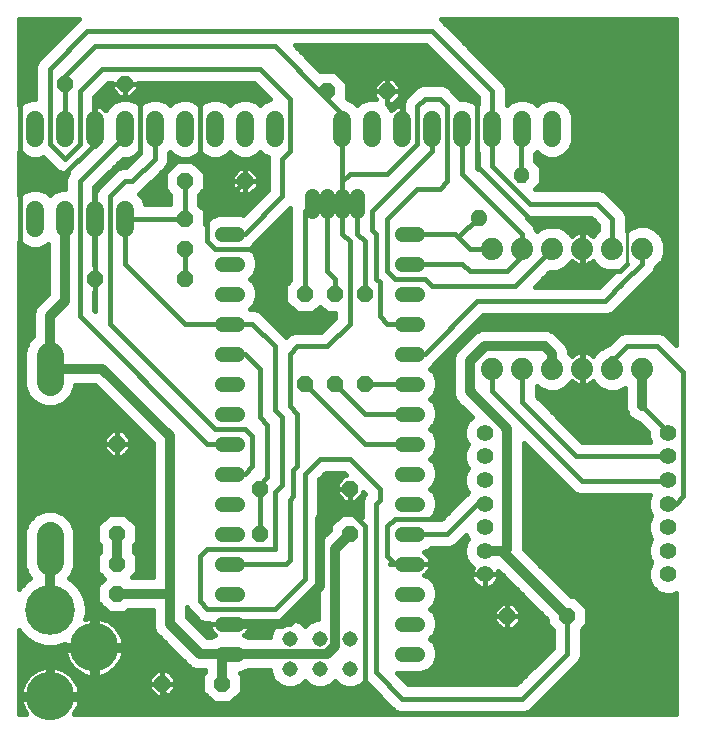
<source format=gbl>
G75*
%MOIN*%
%OFA0B0*%
%FSLAX25Y25*%
%IPPOS*%
%LPD*%
%AMOC8*
5,1,8,0,0,1.08239X$1,22.5*
%
%ADD10OC8,0.05200*%
%ADD11C,0.08850*%
%ADD12C,0.05000*%
%ADD13C,0.06000*%
%ADD14C,0.16598*%
%ADD15C,0.16200*%
%ADD16C,0.05150*%
%ADD17C,0.05150*%
%ADD18C,0.05600*%
%ADD19C,0.07400*%
%ADD20C,0.01040*%
%ADD21C,0.01600*%
%ADD22C,0.01000*%
%ADD23C,0.03200*%
D10*
X0051800Y0065000D03*
X0051800Y0075000D03*
X0051800Y0085000D03*
X0051800Y0115000D03*
X0099300Y0100000D03*
X0099300Y0085000D03*
X0129300Y0085000D03*
X0129300Y0100000D03*
X0124300Y0135000D03*
X0114300Y0135000D03*
X0134300Y0135000D03*
X0134300Y0165000D03*
X0124300Y0165000D03*
X0114300Y0165000D03*
X0094300Y0202500D03*
X0074300Y0202500D03*
X0074300Y0190000D03*
X0074300Y0180000D03*
X0074300Y0170000D03*
X0044300Y0170000D03*
X0034300Y0235000D03*
X0054300Y0235000D03*
X0121800Y0232500D03*
X0141800Y0232500D03*
X0181800Y0057500D03*
X0201800Y0057500D03*
X0086800Y0035000D03*
X0066800Y0035000D03*
D11*
X0029300Y0075575D02*
X0029300Y0084425D01*
X0029300Y0135575D02*
X0029300Y0144425D01*
D12*
X0116800Y0192500D02*
X0116800Y0197500D01*
X0121800Y0197500D02*
X0121800Y0192500D01*
X0126800Y0192500D02*
X0126800Y0197500D01*
X0131800Y0197500D02*
X0131800Y0192500D01*
D13*
X0126800Y0217000D02*
X0126800Y0223000D01*
X0136800Y0223000D02*
X0136800Y0217000D01*
X0146800Y0217000D02*
X0146800Y0223000D01*
X0156800Y0223000D02*
X0156800Y0217000D01*
X0166800Y0217000D02*
X0166800Y0223000D01*
X0176800Y0223000D02*
X0176800Y0217000D01*
X0186800Y0217000D02*
X0186800Y0223000D01*
X0196800Y0223000D02*
X0196800Y0217000D01*
X0104300Y0217000D02*
X0104300Y0223000D01*
X0094300Y0223000D02*
X0094300Y0217000D01*
X0084300Y0217000D02*
X0084300Y0223000D01*
X0074300Y0223000D02*
X0074300Y0217000D01*
X0064300Y0217000D02*
X0064300Y0223000D01*
X0054300Y0223000D02*
X0054300Y0217000D01*
X0044300Y0217000D02*
X0044300Y0223000D01*
X0034300Y0223000D02*
X0034300Y0217000D01*
X0024300Y0217000D02*
X0024300Y0223000D01*
X0024300Y0193000D02*
X0024300Y0187000D01*
X0034300Y0187000D02*
X0034300Y0193000D01*
X0044300Y0193000D02*
X0044300Y0187000D01*
X0054300Y0187000D02*
X0054300Y0193000D01*
D14*
X0029300Y0059637D03*
D15*
X0044109Y0047126D03*
X0029400Y0030815D03*
D16*
X0086725Y0045000D02*
X0091875Y0045000D01*
X0091875Y0055000D02*
X0086725Y0055000D01*
X0086725Y0065000D02*
X0091875Y0065000D01*
X0091875Y0075000D02*
X0086725Y0075000D01*
X0086725Y0085000D02*
X0091875Y0085000D01*
X0091875Y0095000D02*
X0086725Y0095000D01*
X0086725Y0105000D02*
X0091875Y0105000D01*
X0091875Y0115000D02*
X0086725Y0115000D01*
X0086725Y0125000D02*
X0091875Y0125000D01*
X0091875Y0135000D02*
X0086725Y0135000D01*
X0086725Y0145000D02*
X0091875Y0145000D01*
X0091875Y0155000D02*
X0086725Y0155000D01*
X0086725Y0165000D02*
X0091875Y0165000D01*
X0091875Y0175000D02*
X0086725Y0175000D01*
X0086725Y0185000D02*
X0091875Y0185000D01*
X0146725Y0185000D02*
X0151875Y0185000D01*
X0151875Y0175000D02*
X0146725Y0175000D01*
X0146725Y0165000D02*
X0151875Y0165000D01*
X0151875Y0155000D02*
X0146725Y0155000D01*
X0146725Y0145000D02*
X0151875Y0145000D01*
X0151875Y0135000D02*
X0146725Y0135000D01*
X0146725Y0125000D02*
X0151875Y0125000D01*
X0151875Y0115000D02*
X0146725Y0115000D01*
X0146725Y0105000D02*
X0151875Y0105000D01*
X0151875Y0095000D02*
X0146725Y0095000D01*
X0146725Y0085000D02*
X0151875Y0085000D01*
X0151875Y0075000D02*
X0146725Y0075000D01*
X0146725Y0065000D02*
X0151875Y0065000D01*
X0151875Y0055000D02*
X0146725Y0055000D01*
X0146725Y0045000D02*
X0151875Y0045000D01*
D17*
X0129300Y0040000D03*
X0129300Y0050000D03*
X0119300Y0050000D03*
X0119300Y0040000D03*
X0109300Y0040000D03*
X0109300Y0050000D03*
D18*
X0174300Y0071378D03*
X0174300Y0079252D03*
X0174300Y0087126D03*
X0174300Y0095000D03*
X0174300Y0102874D03*
X0174300Y0110748D03*
X0174300Y0118622D03*
X0235550Y0118622D03*
X0235550Y0110748D03*
X0235550Y0102874D03*
X0235550Y0095000D03*
X0235550Y0087126D03*
X0235550Y0079252D03*
X0235550Y0071378D03*
D19*
X0226800Y0140000D03*
X0216800Y0140000D03*
X0206800Y0140000D03*
X0196800Y0140000D03*
X0186800Y0140000D03*
X0176800Y0140000D03*
X0176800Y0180000D03*
X0186800Y0180000D03*
X0196800Y0180000D03*
X0206800Y0180000D03*
X0216800Y0180000D03*
X0226800Y0180000D03*
D20*
X0184812Y0204230D02*
X0184292Y0203710D01*
X0184292Y0205432D01*
X0185510Y0206650D01*
X0187232Y0206650D01*
X0188450Y0205432D01*
X0188450Y0203710D01*
X0187232Y0202492D01*
X0185510Y0202492D01*
X0184292Y0203710D01*
X0185072Y0204033D01*
X0185072Y0205109D01*
X0185833Y0205870D01*
X0186909Y0205870D01*
X0187670Y0205109D01*
X0187670Y0204033D01*
X0186909Y0203272D01*
X0185833Y0203272D01*
X0185072Y0204033D01*
X0185852Y0204356D01*
X0185852Y0204786D01*
X0186156Y0205090D01*
X0186586Y0205090D01*
X0186890Y0204786D01*
X0186890Y0204356D01*
X0186586Y0204052D01*
X0186156Y0204052D01*
X0185852Y0204356D01*
X0170670Y0190088D02*
X0170150Y0189568D01*
X0170150Y0191290D01*
X0171368Y0192508D01*
X0173090Y0192508D01*
X0174308Y0191290D01*
X0174308Y0189568D01*
X0173090Y0188350D01*
X0171368Y0188350D01*
X0170150Y0189568D01*
X0170930Y0189891D01*
X0170930Y0190967D01*
X0171691Y0191728D01*
X0172767Y0191728D01*
X0173528Y0190967D01*
X0173528Y0189891D01*
X0172767Y0189130D01*
X0171691Y0189130D01*
X0170930Y0189891D01*
X0171710Y0190214D01*
X0171710Y0190644D01*
X0172014Y0190948D01*
X0172444Y0190948D01*
X0172748Y0190644D01*
X0172748Y0190214D01*
X0172444Y0189910D01*
X0172014Y0189910D01*
X0171710Y0190214D01*
D21*
X0019100Y0052706D02*
X0019100Y0024800D01*
X0021534Y0024800D01*
X0021313Y0025077D01*
X0020722Y0026019D01*
X0020239Y0027020D01*
X0019872Y0028070D01*
X0019624Y0029154D01*
X0019527Y0030015D01*
X0028600Y0030015D01*
X0028600Y0031615D01*
X0028600Y0040687D01*
X0027739Y0040590D01*
X0026655Y0040343D01*
X0025605Y0039976D01*
X0024604Y0039493D01*
X0023662Y0038902D01*
X0022793Y0038208D01*
X0022007Y0037422D01*
X0021313Y0036553D01*
X0020722Y0035611D01*
X0020239Y0034609D01*
X0019872Y0033560D01*
X0019624Y0032476D01*
X0019527Y0031615D01*
X0028600Y0031615D01*
X0030200Y0031615D01*
X0030200Y0040687D01*
X0031061Y0040590D01*
X0032145Y0040343D01*
X0033195Y0039976D01*
X0034196Y0039493D01*
X0035138Y0038902D01*
X0036007Y0038208D01*
X0036793Y0037422D01*
X0037487Y0036553D01*
X0038078Y0035611D01*
X0038561Y0034609D01*
X0038928Y0033560D01*
X0039175Y0032476D01*
X0039272Y0031615D01*
X0030200Y0031615D01*
X0030200Y0030015D01*
X0039272Y0030015D01*
X0039175Y0029154D01*
X0038928Y0028070D01*
X0038561Y0027020D01*
X0038078Y0026019D01*
X0037487Y0025077D01*
X0037266Y0024800D01*
X0238201Y0024800D01*
X0238201Y0065116D01*
X0236903Y0064578D01*
X0234197Y0064578D01*
X0231698Y0065613D01*
X0229785Y0067526D01*
X0228750Y0070025D01*
X0228750Y0072731D01*
X0229785Y0075230D01*
X0229870Y0075315D01*
X0229785Y0075400D01*
X0228750Y0077899D01*
X0228750Y0080605D01*
X0229785Y0083104D01*
X0229870Y0083189D01*
X0229785Y0083274D01*
X0228750Y0085773D01*
X0228750Y0088479D01*
X0229785Y0090978D01*
X0229870Y0091063D01*
X0229785Y0091148D01*
X0228750Y0093647D01*
X0228750Y0096353D01*
X0229308Y0097700D01*
X0205845Y0097700D01*
X0204081Y0098431D01*
X0187400Y0115112D01*
X0187400Y0079820D01*
X0203120Y0064100D01*
X0204534Y0064100D01*
X0208400Y0060234D01*
X0208400Y0054766D01*
X0206600Y0052966D01*
X0206600Y0044045D01*
X0205869Y0042281D01*
X0190869Y0027281D01*
X0189519Y0025931D01*
X0187755Y0025200D01*
X0145845Y0025200D01*
X0144081Y0025931D01*
X0134305Y0035707D01*
X0133024Y0034426D01*
X0130608Y0033425D01*
X0127992Y0033425D01*
X0125576Y0034426D01*
X0124300Y0035702D01*
X0123024Y0034426D01*
X0120608Y0033425D01*
X0117992Y0033425D01*
X0115576Y0034426D01*
X0114300Y0035702D01*
X0113024Y0034426D01*
X0110608Y0033425D01*
X0107992Y0033425D01*
X0105576Y0034426D01*
X0103726Y0036276D01*
X0102725Y0038692D01*
X0102725Y0039400D01*
X0095536Y0039400D01*
X0093183Y0038425D01*
X0092709Y0038425D01*
X0093400Y0037734D01*
X0093400Y0032266D01*
X0089534Y0028400D01*
X0084066Y0028400D01*
X0080200Y0032266D01*
X0080200Y0037734D01*
X0081200Y0038734D01*
X0081200Y0039400D01*
X0078186Y0039400D01*
X0076128Y0040253D01*
X0074553Y0041828D01*
X0064553Y0051828D01*
X0063700Y0053886D01*
X0063700Y0059400D01*
X0055534Y0059400D01*
X0054534Y0058400D01*
X0049066Y0058400D01*
X0045200Y0062266D01*
X0045200Y0067734D01*
X0047466Y0070000D01*
X0045200Y0072266D01*
X0045200Y0077734D01*
X0046200Y0078734D01*
X0046200Y0081266D01*
X0045200Y0082266D01*
X0045200Y0087734D01*
X0049066Y0091600D01*
X0054534Y0091600D01*
X0058400Y0087734D01*
X0058400Y0082266D01*
X0057400Y0081266D01*
X0057400Y0078734D01*
X0058400Y0077734D01*
X0058400Y0072266D01*
X0056734Y0070600D01*
X0063700Y0070600D01*
X0063700Y0115180D01*
X0044480Y0134400D01*
X0037725Y0134400D01*
X0037725Y0133899D01*
X0036442Y0130803D01*
X0034072Y0128433D01*
X0030976Y0127150D01*
X0027624Y0127150D01*
X0024528Y0128433D01*
X0022158Y0130803D01*
X0020875Y0133899D01*
X0020875Y0146101D01*
X0022158Y0149197D01*
X0023700Y0150740D01*
X0023700Y0158614D01*
X0024553Y0160672D01*
X0028700Y0164820D01*
X0028700Y0181501D01*
X0028265Y0181066D01*
X0025692Y0180000D01*
X0022908Y0180000D01*
X0020335Y0181066D01*
X0019100Y0182301D01*
X0019100Y0066568D01*
X0019458Y0067189D01*
X0021748Y0069479D01*
X0022847Y0070113D01*
X0022158Y0070803D01*
X0020875Y0073899D01*
X0020875Y0086101D01*
X0022158Y0089197D01*
X0024528Y0091567D01*
X0027624Y0092850D01*
X0030976Y0092850D01*
X0034072Y0091567D01*
X0036442Y0089197D01*
X0037725Y0086101D01*
X0037725Y0073899D01*
X0036442Y0070803D01*
X0035753Y0070113D01*
X0036852Y0069479D01*
X0039142Y0067189D01*
X0040761Y0064384D01*
X0041599Y0061256D01*
X0041599Y0058018D01*
X0041220Y0056604D01*
X0041364Y0056654D01*
X0042449Y0056901D01*
X0043309Y0056998D01*
X0043309Y0047926D01*
X0043309Y0046326D01*
X0034237Y0046326D01*
X0034334Y0045465D01*
X0034581Y0044381D01*
X0034949Y0043331D01*
X0035431Y0042330D01*
X0036023Y0041388D01*
X0036716Y0040519D01*
X0037502Y0039732D01*
X0038372Y0039039D01*
X0039313Y0038448D01*
X0040315Y0037965D01*
X0041364Y0037598D01*
X0042449Y0037350D01*
X0043309Y0037253D01*
X0043309Y0046326D01*
X0044909Y0046326D01*
X0044909Y0037253D01*
X0045770Y0037350D01*
X0046854Y0037598D01*
X0047904Y0037965D01*
X0048906Y0038448D01*
X0049847Y0039039D01*
X0050717Y0039732D01*
X0051503Y0040519D01*
X0052196Y0041388D01*
X0052788Y0042330D01*
X0053270Y0043331D01*
X0053638Y0044381D01*
X0053885Y0045465D01*
X0053982Y0046326D01*
X0044909Y0046326D01*
X0044909Y0047926D01*
X0043309Y0047926D01*
X0034237Y0047926D01*
X0034280Y0048310D01*
X0034047Y0048176D01*
X0030919Y0047338D01*
X0027681Y0047338D01*
X0024553Y0048176D01*
X0021748Y0049795D01*
X0019458Y0052085D01*
X0019100Y0052706D01*
X0019100Y0051970D02*
X0019573Y0051970D01*
X0019100Y0050372D02*
X0021172Y0050372D01*
X0019100Y0048773D02*
X0023518Y0048773D01*
X0019100Y0047175D02*
X0043309Y0047175D01*
X0043309Y0048773D02*
X0044909Y0048773D01*
X0044909Y0047926D02*
X0044909Y0056998D01*
X0045770Y0056901D01*
X0046854Y0056654D01*
X0047904Y0056287D01*
X0048906Y0055804D01*
X0049847Y0055213D01*
X0050717Y0054519D01*
X0051503Y0053733D01*
X0052196Y0052864D01*
X0052788Y0051922D01*
X0053270Y0050921D01*
X0053638Y0049871D01*
X0053885Y0048787D01*
X0053982Y0047926D01*
X0044909Y0047926D01*
X0044909Y0047175D02*
X0069206Y0047175D01*
X0067607Y0048773D02*
X0053886Y0048773D01*
X0053462Y0050372D02*
X0066009Y0050372D01*
X0064494Y0051970D02*
X0052758Y0051970D01*
X0051634Y0053569D02*
X0063831Y0053569D01*
X0063700Y0055167D02*
X0049904Y0055167D01*
X0046365Y0056766D02*
X0063700Y0056766D01*
X0063700Y0058364D02*
X0041599Y0058364D01*
X0041599Y0059963D02*
X0047503Y0059963D01*
X0045905Y0061561D02*
X0041517Y0061561D01*
X0041089Y0063160D02*
X0045200Y0063160D01*
X0045200Y0064758D02*
X0040545Y0064758D01*
X0039622Y0066357D02*
X0045200Y0066357D01*
X0045422Y0067955D02*
X0038375Y0067955D01*
X0036722Y0069554D02*
X0047020Y0069554D01*
X0046314Y0071152D02*
X0036587Y0071152D01*
X0037249Y0072751D02*
X0045200Y0072751D01*
X0045200Y0074349D02*
X0037725Y0074349D01*
X0037725Y0075948D02*
X0045200Y0075948D01*
X0045200Y0077546D02*
X0037725Y0077546D01*
X0037725Y0079145D02*
X0046200Y0079145D01*
X0046200Y0080743D02*
X0037725Y0080743D01*
X0037725Y0082342D02*
X0045200Y0082342D01*
X0045200Y0083940D02*
X0037725Y0083940D01*
X0037725Y0085539D02*
X0045200Y0085539D01*
X0045200Y0087137D02*
X0037296Y0087137D01*
X0036633Y0088736D02*
X0046202Y0088736D01*
X0047801Y0090334D02*
X0035305Y0090334D01*
X0033190Y0091933D02*
X0063700Y0091933D01*
X0063700Y0090334D02*
X0055799Y0090334D01*
X0057398Y0088736D02*
X0063700Y0088736D01*
X0063700Y0087137D02*
X0058400Y0087137D01*
X0058400Y0085539D02*
X0063700Y0085539D01*
X0063700Y0083940D02*
X0058400Y0083940D01*
X0058400Y0082342D02*
X0063700Y0082342D01*
X0063700Y0080743D02*
X0057400Y0080743D01*
X0057400Y0079145D02*
X0063700Y0079145D01*
X0063700Y0077546D02*
X0058400Y0077546D01*
X0058400Y0075948D02*
X0063700Y0075948D01*
X0063700Y0074349D02*
X0058400Y0074349D01*
X0058400Y0072751D02*
X0063700Y0072751D01*
X0063700Y0071152D02*
X0057286Y0071152D01*
X0044909Y0056766D02*
X0043309Y0056766D01*
X0041854Y0056766D02*
X0041264Y0056766D01*
X0043309Y0055167D02*
X0044909Y0055167D01*
X0044909Y0053569D02*
X0043309Y0053569D01*
X0043309Y0051970D02*
X0044909Y0051970D01*
X0044909Y0050372D02*
X0043309Y0050372D01*
X0043309Y0045576D02*
X0044909Y0045576D01*
X0044909Y0043978D02*
X0043309Y0043978D01*
X0043309Y0042379D02*
X0044909Y0042379D01*
X0044909Y0040781D02*
X0043309Y0040781D01*
X0043309Y0039182D02*
X0044909Y0039182D01*
X0044909Y0037584D02*
X0043309Y0037584D01*
X0041427Y0037584D02*
X0036632Y0037584D01*
X0037843Y0035985D02*
X0062400Y0035985D01*
X0062400Y0036823D02*
X0062400Y0035000D01*
X0066800Y0035000D01*
X0066800Y0032500D01*
X0071800Y0027500D01*
X0126800Y0027500D01*
X0134300Y0035000D01*
X0134300Y0032500D01*
X0135625Y0034387D02*
X0132929Y0034387D01*
X0134300Y0035000D02*
X0134300Y0087500D01*
X0129300Y0092500D01*
X0129300Y0100000D01*
X0129300Y0095600D01*
X0131123Y0095600D01*
X0133700Y0098177D01*
X0133700Y0098812D01*
X0134387Y0098125D01*
X0133981Y0097719D01*
X0133250Y0095955D01*
X0133250Y0090384D01*
X0132034Y0091600D01*
X0126566Y0091600D01*
X0122700Y0087734D01*
X0122700Y0086320D01*
X0119553Y0083172D01*
X0119100Y0082080D01*
X0119100Y0103012D01*
X0121288Y0105200D01*
X0127312Y0105200D01*
X0128112Y0104400D01*
X0127477Y0104400D01*
X0124900Y0101823D01*
X0124900Y0100000D01*
X0129300Y0100000D01*
X0129300Y0100000D01*
X0129300Y0100000D01*
X0129300Y0095600D01*
X0127477Y0095600D01*
X0124900Y0098177D01*
X0124900Y0100000D01*
X0129300Y0100000D01*
X0129300Y0099926D02*
X0129300Y0099926D01*
X0129300Y0098327D02*
X0129300Y0098327D01*
X0129300Y0096729D02*
X0129300Y0096729D01*
X0132251Y0096729D02*
X0133571Y0096729D01*
X0133700Y0098327D02*
X0134185Y0098327D01*
X0133250Y0095130D02*
X0119100Y0095130D01*
X0119100Y0093532D02*
X0133250Y0093532D01*
X0133250Y0091933D02*
X0119100Y0091933D01*
X0119100Y0090334D02*
X0125301Y0090334D01*
X0123702Y0088736D02*
X0119100Y0088736D01*
X0119100Y0087137D02*
X0122700Y0087137D01*
X0121919Y0085539D02*
X0119100Y0085539D01*
X0119100Y0083940D02*
X0120321Y0083940D01*
X0119209Y0082342D02*
X0119100Y0082342D01*
X0109300Y0076250D02*
X0109300Y0096250D01*
X0110550Y0097500D01*
X0110550Y0106250D01*
X0111800Y0107500D01*
X0111800Y0125000D01*
X0109300Y0127500D01*
X0109300Y0145000D01*
X0111800Y0147500D01*
X0121800Y0147500D01*
X0129300Y0155000D01*
X0129300Y0182500D01*
X0126800Y0185000D01*
X0126800Y0195000D01*
X0126800Y0202500D01*
X0129300Y0205000D01*
X0141800Y0205000D01*
X0151800Y0215000D01*
X0151800Y0227500D01*
X0154300Y0230000D01*
X0159300Y0230000D01*
X0161800Y0227500D01*
X0161800Y0202500D01*
X0159300Y0200000D01*
X0151800Y0200000D01*
X0141800Y0190000D01*
X0141800Y0172500D01*
X0144300Y0170000D01*
X0154300Y0170000D01*
X0156800Y0167500D01*
X0184300Y0167500D01*
X0196800Y0180000D01*
X0191800Y0185889D02*
X0191505Y0186185D01*
X0190869Y0187719D01*
X0189519Y0189069D01*
X0188388Y0190200D01*
X0209812Y0190200D01*
X0212000Y0188012D01*
X0212000Y0186089D01*
X0210272Y0184362D01*
X0210245Y0184296D01*
X0209683Y0184704D01*
X0208911Y0185097D01*
X0208088Y0185365D01*
X0207233Y0185500D01*
X0207000Y0185500D01*
X0207000Y0180200D01*
X0206600Y0180200D01*
X0206600Y0185500D01*
X0206367Y0185500D01*
X0205512Y0185365D01*
X0204689Y0185097D01*
X0203917Y0184704D01*
X0203355Y0184296D01*
X0203328Y0184362D01*
X0201162Y0186528D01*
X0198332Y0187700D01*
X0195268Y0187700D01*
X0192438Y0186528D01*
X0191800Y0185889D01*
X0191480Y0186245D02*
X0192156Y0186245D01*
X0191800Y0187500D02*
X0171800Y0207500D01*
X0171800Y0230000D01*
X0166800Y0235000D01*
X0166713Y0235799D02*
X0144723Y0235799D01*
X0143623Y0236900D02*
X0146200Y0234323D01*
X0146200Y0232500D01*
X0141800Y0232500D01*
X0141800Y0232500D01*
X0141800Y0236900D01*
X0143623Y0236900D01*
X0141800Y0236900D02*
X0139977Y0236900D01*
X0137400Y0234323D01*
X0137400Y0232500D01*
X0141800Y0232500D01*
X0141800Y0232500D01*
X0141800Y0232500D01*
X0141800Y0236900D01*
X0141800Y0235799D02*
X0141800Y0235799D01*
X0141800Y0234201D02*
X0141800Y0234201D01*
X0141800Y0232602D02*
X0141800Y0232602D01*
X0141800Y0232500D02*
X0137400Y0232500D01*
X0137400Y0230677D01*
X0138077Y0230000D01*
X0135408Y0230000D01*
X0132835Y0228934D01*
X0131800Y0227899D01*
X0130765Y0228934D01*
X0128868Y0229720D01*
X0128400Y0230188D01*
X0128400Y0235234D01*
X0124534Y0239100D01*
X0119488Y0239100D01*
X0110888Y0247700D01*
X0154812Y0247700D01*
X0172000Y0230512D01*
X0172000Y0228099D01*
X0171800Y0227899D01*
X0170765Y0228934D01*
X0168192Y0230000D01*
X0165960Y0230000D01*
X0165869Y0230219D01*
X0164519Y0231569D01*
X0162019Y0234069D01*
X0160255Y0234800D01*
X0153345Y0234800D01*
X0151581Y0234069D01*
X0150231Y0232719D01*
X0147731Y0230219D01*
X0147000Y0228455D01*
X0147000Y0220200D01*
X0146600Y0220200D01*
X0146600Y0227800D01*
X0146422Y0227800D01*
X0145676Y0227682D01*
X0144957Y0227448D01*
X0144284Y0227105D01*
X0143673Y0226661D01*
X0143139Y0226127D01*
X0143102Y0226077D01*
X0142734Y0226965D01*
X0141599Y0228100D01*
X0141800Y0228100D01*
X0143623Y0228100D01*
X0146200Y0230677D01*
X0146200Y0232500D01*
X0141800Y0232500D01*
X0141800Y0228100D01*
X0141800Y0232500D01*
X0141800Y0232500D01*
X0141800Y0231003D02*
X0141800Y0231003D01*
X0141800Y0229405D02*
X0141800Y0229405D01*
X0141893Y0227806D02*
X0147000Y0227806D01*
X0147000Y0226208D02*
X0146600Y0226208D01*
X0146600Y0224609D02*
X0147000Y0224609D01*
X0147000Y0223011D02*
X0146600Y0223011D01*
X0146600Y0221412D02*
X0147000Y0221412D01*
X0143220Y0226208D02*
X0143048Y0226208D01*
X0144928Y0229405D02*
X0147394Y0229405D01*
X0148515Y0231003D02*
X0146200Y0231003D01*
X0146200Y0232602D02*
X0150114Y0232602D01*
X0151898Y0234201D02*
X0146200Y0234201D01*
X0138877Y0235799D02*
X0127835Y0235799D01*
X0128400Y0234201D02*
X0137400Y0234201D01*
X0137400Y0232602D02*
X0128400Y0232602D01*
X0128400Y0231003D02*
X0137400Y0231003D01*
X0133971Y0229405D02*
X0129629Y0229405D01*
X0126800Y0225000D02*
X0120550Y0231250D01*
X0121800Y0232500D01*
X0120550Y0231250D02*
X0104300Y0247500D01*
X0044300Y0247500D01*
X0034300Y0237500D01*
X0034300Y0235000D01*
X0034300Y0220000D01*
X0029300Y0215000D02*
X0034300Y0210000D01*
X0039300Y0215000D01*
X0039300Y0232500D01*
X0046800Y0240000D01*
X0099300Y0240000D01*
X0109300Y0230000D01*
X0109300Y0212500D01*
X0106800Y0210000D01*
X0106800Y0197500D01*
X0094300Y0185000D01*
X0089300Y0185000D01*
X0084300Y0180000D02*
X0099300Y0180000D01*
X0097449Y0178724D02*
X0096173Y0180000D01*
X0097449Y0181276D01*
X0097509Y0181420D01*
X0109500Y0193412D01*
X0109500Y0169534D01*
X0107700Y0167734D01*
X0107700Y0162266D01*
X0111566Y0158400D01*
X0117034Y0158400D01*
X0119300Y0160666D01*
X0121566Y0158400D01*
X0124500Y0158400D01*
X0124500Y0156988D01*
X0119812Y0152300D01*
X0110845Y0152300D01*
X0109081Y0151569D01*
X0108050Y0150538D01*
X0107019Y0151569D01*
X0100869Y0157719D01*
X0099519Y0159069D01*
X0097755Y0159800D01*
X0096373Y0159800D01*
X0096173Y0160000D01*
X0097449Y0161276D01*
X0098450Y0163692D01*
X0098450Y0166308D01*
X0097449Y0168724D01*
X0096173Y0170000D01*
X0097449Y0171276D01*
X0098450Y0173692D01*
X0098450Y0176308D01*
X0097449Y0178724D01*
X0097644Y0178253D02*
X0109500Y0178253D01*
X0109500Y0179851D02*
X0096322Y0179851D01*
X0097538Y0181450D02*
X0109500Y0181450D01*
X0109500Y0183048D02*
X0099136Y0183048D01*
X0100735Y0184647D02*
X0109500Y0184647D01*
X0109500Y0186245D02*
X0102333Y0186245D01*
X0103932Y0187844D02*
X0109500Y0187844D01*
X0109500Y0189442D02*
X0105530Y0189442D01*
X0107129Y0191041D02*
X0109500Y0191041D01*
X0109500Y0192639D02*
X0108727Y0192639D01*
X0114300Y0192500D02*
X0116800Y0195000D01*
X0114300Y0192500D02*
X0114300Y0165000D01*
X0107700Y0165465D02*
X0098450Y0165465D01*
X0098450Y0163866D02*
X0107700Y0163866D01*
X0107700Y0162268D02*
X0097859Y0162268D01*
X0096842Y0160669D02*
X0109297Y0160669D01*
X0110896Y0159070D02*
X0099516Y0159070D01*
X0101116Y0157472D02*
X0124500Y0157472D01*
X0123385Y0155873D02*
X0102715Y0155873D01*
X0104300Y0155000D02*
X0101800Y0157500D01*
X0104313Y0154275D02*
X0121787Y0154275D01*
X0120188Y0152676D02*
X0105912Y0152676D01*
X0107510Y0151078D02*
X0108590Y0151078D01*
X0104300Y0147500D02*
X0104300Y0126250D01*
X0106800Y0123750D01*
X0106800Y0101250D01*
X0104300Y0098750D01*
X0104300Y0080000D01*
X0081800Y0080000D01*
X0079300Y0077500D01*
X0079300Y0062500D01*
X0081800Y0060000D01*
X0104300Y0060000D01*
X0114300Y0070000D01*
X0114300Y0105000D01*
X0119300Y0110000D01*
X0129300Y0110000D01*
X0139300Y0100000D01*
X0139300Y0096250D01*
X0138050Y0095000D01*
X0138050Y0038750D01*
X0146800Y0030000D01*
X0186800Y0030000D01*
X0201800Y0045000D01*
X0201800Y0057500D01*
X0197000Y0052966D02*
X0197000Y0046988D01*
X0184812Y0034800D01*
X0148788Y0034800D01*
X0144983Y0038605D01*
X0145417Y0038425D01*
X0153183Y0038425D01*
X0155599Y0039426D01*
X0157449Y0041276D01*
X0158450Y0043692D01*
X0158450Y0046308D01*
X0157449Y0048724D01*
X0156173Y0050000D01*
X0157449Y0051276D01*
X0158450Y0053692D01*
X0158450Y0056308D01*
X0157449Y0058724D01*
X0156173Y0060000D01*
X0157449Y0061276D01*
X0158450Y0063692D01*
X0158450Y0066308D01*
X0157449Y0068724D01*
X0155599Y0070574D01*
X0154069Y0071208D01*
X0154168Y0071258D01*
X0154725Y0071663D01*
X0155212Y0072150D01*
X0155616Y0072707D01*
X0155929Y0073321D01*
X0156142Y0073976D01*
X0156250Y0074656D01*
X0156250Y0075000D01*
X0156250Y0075344D01*
X0156142Y0076024D01*
X0155929Y0076679D01*
X0155616Y0077293D01*
X0155212Y0077850D01*
X0154725Y0078337D01*
X0154168Y0078742D01*
X0154069Y0078792D01*
X0155599Y0079426D01*
X0156373Y0080200D01*
X0162755Y0080200D01*
X0164519Y0080931D01*
X0168045Y0084457D01*
X0168535Y0083274D01*
X0168620Y0083189D01*
X0168535Y0083104D01*
X0167500Y0080605D01*
X0167500Y0077899D01*
X0168535Y0075400D01*
X0170292Y0073644D01*
X0170037Y0073144D01*
X0169813Y0072455D01*
X0169700Y0071740D01*
X0169700Y0071378D01*
X0174300Y0071378D01*
X0178900Y0071378D01*
X0178900Y0071740D01*
X0178787Y0072455D01*
X0178720Y0072660D01*
X0195200Y0056180D01*
X0195200Y0054766D01*
X0197000Y0052966D01*
X0196397Y0053569D02*
X0184091Y0053569D01*
X0183623Y0053100D02*
X0186200Y0055677D01*
X0186200Y0057500D01*
X0186200Y0059323D01*
X0183623Y0061900D01*
X0181800Y0061900D01*
X0181800Y0057500D01*
X0186200Y0057500D01*
X0181800Y0057500D01*
X0181800Y0057500D01*
X0181800Y0057500D01*
X0181800Y0053100D01*
X0183623Y0053100D01*
X0181800Y0053100D02*
X0181800Y0057500D01*
X0181800Y0057500D01*
X0181800Y0057500D01*
X0177400Y0057500D01*
X0177400Y0059323D01*
X0179977Y0061900D01*
X0181800Y0061900D01*
X0181800Y0057500D01*
X0177400Y0057500D01*
X0177400Y0055677D01*
X0179977Y0053100D01*
X0181800Y0053100D01*
X0181800Y0053569D02*
X0181800Y0053569D01*
X0181800Y0055167D02*
X0181800Y0055167D01*
X0181800Y0056766D02*
X0181800Y0056766D01*
X0181800Y0058364D02*
X0181800Y0058364D01*
X0181800Y0059963D02*
X0181800Y0059963D01*
X0181800Y0061561D02*
X0181800Y0061561D01*
X0183961Y0061561D02*
X0189819Y0061561D01*
X0191418Y0059963D02*
X0185560Y0059963D01*
X0186200Y0058364D02*
X0193016Y0058364D01*
X0194615Y0056766D02*
X0186200Y0056766D01*
X0185690Y0055167D02*
X0195200Y0055167D01*
X0197000Y0051970D02*
X0157736Y0051970D01*
X0158398Y0053569D02*
X0179509Y0053569D01*
X0177910Y0055167D02*
X0158450Y0055167D01*
X0158260Y0056766D02*
X0177400Y0056766D01*
X0177400Y0058364D02*
X0157598Y0058364D01*
X0156210Y0059963D02*
X0178040Y0059963D01*
X0179639Y0061561D02*
X0157567Y0061561D01*
X0158229Y0063160D02*
X0188221Y0063160D01*
X0186622Y0064758D02*
X0158450Y0064758D01*
X0158429Y0066357D02*
X0185024Y0066357D01*
X0183425Y0067955D02*
X0177383Y0067955D01*
X0177297Y0067869D02*
X0177809Y0068381D01*
X0178234Y0068967D01*
X0178563Y0069612D01*
X0178787Y0070301D01*
X0178900Y0071016D01*
X0178900Y0071378D01*
X0174300Y0071378D01*
X0174300Y0071378D01*
X0174300Y0071378D01*
X0169700Y0071378D01*
X0169700Y0071016D01*
X0169813Y0070301D01*
X0170037Y0069612D01*
X0170366Y0068967D01*
X0170791Y0068381D01*
X0171303Y0067869D01*
X0171889Y0067444D01*
X0172534Y0067115D01*
X0173223Y0066891D01*
X0173938Y0066778D01*
X0174300Y0066778D01*
X0174662Y0066778D01*
X0175377Y0066891D01*
X0176066Y0067115D01*
X0176711Y0067444D01*
X0177297Y0067869D01*
X0178533Y0069554D02*
X0181827Y0069554D01*
X0180228Y0071152D02*
X0178900Y0071152D01*
X0174300Y0071152D02*
X0174300Y0071152D01*
X0174300Y0071378D02*
X0174300Y0066778D01*
X0174300Y0071378D01*
X0174300Y0071378D01*
X0174300Y0069554D02*
X0174300Y0069554D01*
X0174300Y0067955D02*
X0174300Y0067955D01*
X0171217Y0067955D02*
X0157767Y0067955D01*
X0156619Y0069554D02*
X0170067Y0069554D01*
X0169700Y0071152D02*
X0154202Y0071152D01*
X0155639Y0072751D02*
X0169909Y0072751D01*
X0169586Y0074349D02*
X0156201Y0074349D01*
X0156250Y0075000D02*
X0149300Y0075000D01*
X0144300Y0075000D01*
X0141800Y0077500D01*
X0141800Y0087500D01*
X0144300Y0090000D01*
X0159300Y0090000D01*
X0161800Y0092500D01*
X0161945Y0091933D02*
X0157721Y0091933D01*
X0157449Y0091276D02*
X0158450Y0093692D01*
X0158450Y0096308D01*
X0157449Y0098724D01*
X0156173Y0100000D01*
X0157449Y0101276D01*
X0158450Y0103692D01*
X0158450Y0106308D01*
X0157449Y0108724D01*
X0156173Y0110000D01*
X0157449Y0111276D01*
X0158450Y0113692D01*
X0158450Y0116308D01*
X0157449Y0118724D01*
X0156173Y0120000D01*
X0157449Y0121276D01*
X0158450Y0123692D01*
X0158450Y0126308D01*
X0157449Y0128724D01*
X0156173Y0130000D01*
X0157449Y0131276D01*
X0158450Y0133692D01*
X0158450Y0136308D01*
X0157449Y0138724D01*
X0156173Y0140000D01*
X0157449Y0141276D01*
X0157509Y0141420D01*
X0173788Y0157700D01*
X0215255Y0157700D01*
X0217019Y0158431D01*
X0224619Y0166031D01*
X0229519Y0170931D01*
X0230869Y0172281D01*
X0231505Y0173815D01*
X0233328Y0175638D01*
X0234500Y0178468D01*
X0234500Y0181532D01*
X0233328Y0184362D01*
X0231162Y0186528D01*
X0228332Y0187700D01*
X0225268Y0187700D01*
X0222438Y0186528D01*
X0221800Y0185889D01*
X0221600Y0186089D01*
X0221600Y0190955D01*
X0220869Y0192719D01*
X0215869Y0197719D01*
X0214519Y0199069D01*
X0212755Y0199800D01*
X0191288Y0199800D01*
X0191111Y0199977D01*
X0192971Y0201837D01*
X0192971Y0207305D01*
X0191171Y0209105D01*
X0191171Y0211472D01*
X0191800Y0212101D01*
X0192835Y0211066D01*
X0195408Y0210000D01*
X0198192Y0210000D01*
X0200765Y0211066D01*
X0202734Y0213035D01*
X0203800Y0215608D01*
X0203800Y0224392D01*
X0202734Y0226965D01*
X0200765Y0228934D01*
X0198192Y0230000D01*
X0195408Y0230000D01*
X0192835Y0228934D01*
X0191800Y0227899D01*
X0190765Y0228934D01*
X0188192Y0230000D01*
X0185408Y0230000D01*
X0182835Y0228934D01*
X0181800Y0227899D01*
X0181600Y0228099D01*
X0181600Y0233455D01*
X0180869Y0235219D01*
X0179519Y0236569D01*
X0159678Y0256411D01*
X0238201Y0256411D01*
X0238201Y0147887D01*
X0234519Y0151569D01*
X0232755Y0152300D01*
X0230845Y0152300D01*
X0220845Y0152300D01*
X0219081Y0151569D01*
X0217731Y0150219D01*
X0215559Y0148047D01*
X0213628Y0147247D01*
X0213240Y0146860D01*
X0212438Y0146528D01*
X0210272Y0144362D01*
X0210245Y0144296D01*
X0209683Y0144704D01*
X0208911Y0145097D01*
X0208088Y0145365D01*
X0207233Y0145500D01*
X0207000Y0145500D01*
X0207000Y0140200D01*
X0206600Y0140200D01*
X0206600Y0145500D01*
X0206367Y0145500D01*
X0205512Y0145365D01*
X0204689Y0145097D01*
X0203917Y0144704D01*
X0203355Y0144296D01*
X0203328Y0144362D01*
X0202400Y0145289D01*
X0202400Y0146114D01*
X0201547Y0148172D01*
X0199047Y0150672D01*
X0197472Y0152247D01*
X0195414Y0153100D01*
X0173186Y0153100D01*
X0171128Y0152247D01*
X0166128Y0147247D01*
X0164553Y0145672D01*
X0163700Y0143614D01*
X0163700Y0131386D01*
X0164553Y0129328D01*
X0169971Y0123910D01*
X0168535Y0122474D01*
X0167500Y0119975D01*
X0167500Y0117269D01*
X0168535Y0114770D01*
X0168620Y0114685D01*
X0168535Y0114600D01*
X0167500Y0112101D01*
X0167500Y0109395D01*
X0168535Y0106896D01*
X0168620Y0106811D01*
X0168535Y0106726D01*
X0167500Y0104227D01*
X0167500Y0101521D01*
X0168535Y0099022D01*
X0168620Y0098937D01*
X0168535Y0098852D01*
X0168303Y0098291D01*
X0167731Y0097719D01*
X0159812Y0089800D01*
X0156373Y0089800D01*
X0156173Y0090000D01*
X0157449Y0091276D01*
X0156507Y0090334D02*
X0160346Y0090334D01*
X0158383Y0093532D02*
X0163543Y0093532D01*
X0165142Y0095130D02*
X0158450Y0095130D01*
X0158275Y0096729D02*
X0166740Y0096729D01*
X0168318Y0098327D02*
X0157613Y0098327D01*
X0156247Y0099926D02*
X0168161Y0099926D01*
X0167500Y0101524D02*
X0157552Y0101524D01*
X0158214Y0103123D02*
X0167500Y0103123D01*
X0167705Y0104721D02*
X0158450Y0104721D01*
X0158445Y0106320D02*
X0168367Y0106320D01*
X0168112Y0107918D02*
X0157783Y0107918D01*
X0156656Y0109517D02*
X0167500Y0109517D01*
X0167500Y0111115D02*
X0157288Y0111115D01*
X0158044Y0112714D02*
X0167754Y0112714D01*
X0168416Y0114312D02*
X0158450Y0114312D01*
X0158450Y0115911D02*
X0168063Y0115911D01*
X0167500Y0117509D02*
X0157952Y0117509D01*
X0157065Y0119108D02*
X0167500Y0119108D01*
X0167803Y0120706D02*
X0156879Y0120706D01*
X0157875Y0122305D02*
X0168465Y0122305D01*
X0169965Y0123903D02*
X0158450Y0123903D01*
X0158450Y0125502D02*
X0168379Y0125502D01*
X0166780Y0127100D02*
X0158121Y0127100D01*
X0157459Y0128699D02*
X0165182Y0128699D01*
X0164151Y0130297D02*
X0156470Y0130297D01*
X0157705Y0131896D02*
X0163700Y0131896D01*
X0163700Y0133494D02*
X0158368Y0133494D01*
X0158450Y0135093D02*
X0163700Y0135093D01*
X0163700Y0136691D02*
X0158291Y0136691D01*
X0157629Y0138290D02*
X0163700Y0138290D01*
X0163700Y0139888D02*
X0156285Y0139888D01*
X0157575Y0141487D02*
X0163700Y0141487D01*
X0163700Y0143085D02*
X0159174Y0143085D01*
X0160772Y0144684D02*
X0164143Y0144684D01*
X0165163Y0146282D02*
X0162371Y0146282D01*
X0163969Y0147881D02*
X0166761Y0147881D01*
X0165568Y0149479D02*
X0168360Y0149479D01*
X0167166Y0151078D02*
X0169958Y0151078D01*
X0168765Y0152676D02*
X0172164Y0152676D01*
X0170363Y0154275D02*
X0238201Y0154275D01*
X0238201Y0155873D02*
X0171962Y0155873D01*
X0173560Y0157472D02*
X0238201Y0157472D01*
X0238201Y0159070D02*
X0217659Y0159070D01*
X0219257Y0160669D02*
X0238201Y0160669D01*
X0238201Y0162268D02*
X0220856Y0162268D01*
X0222454Y0163866D02*
X0238201Y0163866D01*
X0238201Y0165465D02*
X0224053Y0165465D01*
X0225651Y0167063D02*
X0238201Y0167063D01*
X0238201Y0168662D02*
X0227250Y0168662D01*
X0228848Y0170260D02*
X0238201Y0170260D01*
X0238201Y0171859D02*
X0230447Y0171859D01*
X0231356Y0173457D02*
X0238201Y0173457D01*
X0238201Y0175056D02*
X0232745Y0175056D01*
X0233748Y0176654D02*
X0238201Y0176654D01*
X0238201Y0178253D02*
X0234411Y0178253D01*
X0234500Y0179851D02*
X0238201Y0179851D01*
X0238201Y0181450D02*
X0234500Y0181450D01*
X0233872Y0183048D02*
X0238201Y0183048D01*
X0238201Y0184647D02*
X0233043Y0184647D01*
X0231444Y0186245D02*
X0238201Y0186245D01*
X0238201Y0187844D02*
X0221600Y0187844D01*
X0221600Y0189442D02*
X0238201Y0189442D01*
X0238201Y0191041D02*
X0221564Y0191041D01*
X0220902Y0192639D02*
X0238201Y0192639D01*
X0238201Y0194238D02*
X0219350Y0194238D01*
X0217752Y0195836D02*
X0238201Y0195836D01*
X0238201Y0197435D02*
X0216153Y0197435D01*
X0214555Y0199033D02*
X0238201Y0199033D01*
X0238201Y0200632D02*
X0191766Y0200632D01*
X0192971Y0202230D02*
X0238201Y0202230D01*
X0238201Y0203829D02*
X0192971Y0203829D01*
X0192971Y0205427D02*
X0238201Y0205427D01*
X0238201Y0207026D02*
X0192971Y0207026D01*
X0191652Y0208624D02*
X0238201Y0208624D01*
X0238201Y0210223D02*
X0198730Y0210223D01*
X0201521Y0211821D02*
X0238201Y0211821D01*
X0238201Y0213420D02*
X0202894Y0213420D01*
X0203556Y0215018D02*
X0238201Y0215018D01*
X0238201Y0216617D02*
X0203800Y0216617D01*
X0203800Y0218215D02*
X0238201Y0218215D01*
X0238201Y0219814D02*
X0203800Y0219814D01*
X0203800Y0221412D02*
X0238201Y0221412D01*
X0238201Y0223011D02*
X0203800Y0223011D01*
X0203710Y0224609D02*
X0238201Y0224609D01*
X0238201Y0226208D02*
X0203048Y0226208D01*
X0201893Y0227806D02*
X0238201Y0227806D01*
X0238201Y0229405D02*
X0199629Y0229405D01*
X0193971Y0229405D02*
X0189629Y0229405D01*
X0183971Y0229405D02*
X0181600Y0229405D01*
X0181600Y0231003D02*
X0238201Y0231003D01*
X0238201Y0232602D02*
X0181600Y0232602D01*
X0181291Y0234201D02*
X0238201Y0234201D01*
X0238201Y0235799D02*
X0180289Y0235799D01*
X0178691Y0237398D02*
X0238201Y0237398D01*
X0238201Y0238996D02*
X0177092Y0238996D01*
X0175494Y0240595D02*
X0238201Y0240595D01*
X0238201Y0242193D02*
X0173895Y0242193D01*
X0172297Y0243792D02*
X0238201Y0243792D01*
X0238201Y0245390D02*
X0170698Y0245390D01*
X0169100Y0246989D02*
X0238201Y0246989D01*
X0238201Y0248587D02*
X0167501Y0248587D01*
X0165903Y0250186D02*
X0238201Y0250186D01*
X0238201Y0251784D02*
X0164304Y0251784D01*
X0162706Y0253383D02*
X0238201Y0253383D01*
X0238201Y0254981D02*
X0161107Y0254981D01*
X0156800Y0252500D02*
X0176800Y0232500D01*
X0176800Y0220000D01*
X0176800Y0207500D01*
X0189300Y0195000D01*
X0211800Y0195000D01*
X0216800Y0190000D01*
X0216800Y0180000D01*
X0221800Y0175000D02*
X0219300Y0172500D01*
X0206800Y0172500D01*
X0206800Y0180000D01*
X0206800Y0187500D01*
X0191800Y0187500D01*
X0190745Y0187844D02*
X0212000Y0187844D01*
X0212000Y0186245D02*
X0201444Y0186245D01*
X0203043Y0184647D02*
X0203838Y0184647D01*
X0206600Y0184647D02*
X0207000Y0184647D01*
X0207000Y0183048D02*
X0206600Y0183048D01*
X0206600Y0181450D02*
X0207000Y0181450D01*
X0207000Y0179800D02*
X0207000Y0174500D01*
X0207233Y0174500D01*
X0208088Y0174635D01*
X0208911Y0174903D01*
X0209683Y0175296D01*
X0210245Y0175704D01*
X0210272Y0175638D01*
X0212438Y0173472D01*
X0215268Y0172300D01*
X0217312Y0172300D01*
X0212312Y0167300D01*
X0190888Y0167300D01*
X0195888Y0172300D01*
X0198332Y0172300D01*
X0201162Y0173472D01*
X0203328Y0175638D01*
X0203355Y0175704D01*
X0203917Y0175296D01*
X0204689Y0174903D01*
X0205512Y0174635D01*
X0206367Y0174500D01*
X0206600Y0174500D01*
X0206600Y0179800D01*
X0207000Y0179800D01*
X0207000Y0178253D02*
X0206600Y0178253D01*
X0206600Y0176654D02*
X0207000Y0176654D01*
X0207000Y0175056D02*
X0206600Y0175056D01*
X0204389Y0175056D02*
X0202745Y0175056D01*
X0201125Y0173457D02*
X0212475Y0173457D01*
X0210855Y0175056D02*
X0209211Y0175056D01*
X0215272Y0170260D02*
X0193848Y0170260D01*
X0192250Y0168662D02*
X0213673Y0168662D01*
X0216870Y0171859D02*
X0195447Y0171859D01*
X0186800Y0177500D02*
X0186800Y0180000D01*
X0186800Y0185000D01*
X0166800Y0205000D01*
X0166800Y0220000D01*
X0171800Y0212101D02*
X0172000Y0211901D01*
X0172000Y0206588D01*
X0171600Y0206988D01*
X0171600Y0211901D01*
X0171800Y0212101D01*
X0171600Y0211821D02*
X0172000Y0211821D01*
X0172000Y0210223D02*
X0171600Y0210223D01*
X0171600Y0208624D02*
X0172000Y0208624D01*
X0172000Y0207026D02*
X0171600Y0207026D01*
X0156800Y0212500D02*
X0156800Y0220000D01*
X0156800Y0212500D02*
X0136800Y0192500D01*
X0136800Y0186250D01*
X0138050Y0185000D01*
X0138050Y0170000D01*
X0139300Y0168750D01*
X0139300Y0157500D01*
X0141800Y0155000D01*
X0149300Y0155000D01*
X0149300Y0145000D02*
X0154300Y0145000D01*
X0171800Y0162500D01*
X0214300Y0162500D01*
X0220550Y0168750D01*
X0226800Y0175000D01*
X0226800Y0180000D01*
X0222156Y0186245D02*
X0221600Y0186245D01*
X0210557Y0184647D02*
X0209762Y0184647D01*
X0210570Y0189442D02*
X0189146Y0189442D01*
X0186800Y0177500D02*
X0181800Y0172500D01*
X0169300Y0172500D01*
X0166800Y0175000D01*
X0149300Y0175000D01*
X0149300Y0185000D02*
X0164300Y0185000D01*
X0165550Y0183750D01*
X0172229Y0190429D01*
X0165550Y0183750D02*
X0169300Y0180000D01*
X0176800Y0180000D01*
X0186371Y0204571D02*
X0186371Y0219571D01*
X0186800Y0220000D01*
X0191521Y0211821D02*
X0192079Y0211821D01*
X0191171Y0210223D02*
X0194870Y0210223D01*
X0172000Y0229405D02*
X0169629Y0229405D01*
X0171508Y0231003D02*
X0165085Y0231003D01*
X0163486Y0232602D02*
X0169910Y0232602D01*
X0168311Y0234201D02*
X0161702Y0234201D01*
X0165114Y0237398D02*
X0126236Y0237398D01*
X0124638Y0238996D02*
X0163516Y0238996D01*
X0161917Y0240595D02*
X0117994Y0240595D01*
X0116395Y0242193D02*
X0160319Y0242193D01*
X0158720Y0243792D02*
X0114797Y0243792D01*
X0113198Y0245390D02*
X0157122Y0245390D01*
X0155523Y0246989D02*
X0111600Y0246989D01*
X0098311Y0234201D02*
X0058700Y0234201D01*
X0058700Y0235000D02*
X0054300Y0235000D01*
X0058700Y0235000D01*
X0058700Y0235200D01*
X0097312Y0235200D01*
X0102628Y0229884D01*
X0100335Y0228934D01*
X0099300Y0227899D01*
X0098265Y0228934D01*
X0095692Y0230000D01*
X0092908Y0230000D01*
X0090335Y0228934D01*
X0089300Y0227899D01*
X0088265Y0228934D01*
X0085692Y0230000D01*
X0082908Y0230000D01*
X0080335Y0228934D01*
X0079300Y0227899D01*
X0078265Y0228934D01*
X0075692Y0230000D01*
X0072908Y0230000D01*
X0070335Y0228934D01*
X0069300Y0227899D01*
X0068265Y0228934D01*
X0065692Y0230000D01*
X0062908Y0230000D01*
X0060335Y0228934D01*
X0059300Y0227899D01*
X0058265Y0228934D01*
X0055692Y0230000D01*
X0052908Y0230000D01*
X0050335Y0228934D01*
X0048366Y0226965D01*
X0047998Y0226077D01*
X0047961Y0226127D01*
X0047427Y0226661D01*
X0046816Y0227105D01*
X0046143Y0227448D01*
X0045424Y0227682D01*
X0044678Y0227800D01*
X0044500Y0227800D01*
X0044500Y0220200D01*
X0044100Y0220200D01*
X0044100Y0230512D01*
X0048788Y0235200D01*
X0049900Y0235200D01*
X0049900Y0235000D01*
X0054300Y0235000D01*
X0054300Y0235000D01*
X0054300Y0230600D01*
X0056123Y0230600D01*
X0058700Y0233177D01*
X0058700Y0235000D01*
X0058125Y0232602D02*
X0099910Y0232602D01*
X0101508Y0231003D02*
X0056526Y0231003D01*
X0057129Y0229405D02*
X0061471Y0229405D01*
X0059300Y0230000D02*
X0076800Y0230000D01*
X0079300Y0227500D01*
X0079300Y0210000D01*
X0086800Y0202500D01*
X0094300Y0202500D01*
X0081800Y0190000D01*
X0081800Y0182500D01*
X0084300Y0180000D01*
X0080900Y0188117D02*
X0080900Y0192734D01*
X0079100Y0194534D01*
X0079100Y0197966D01*
X0080900Y0199766D01*
X0080900Y0205234D01*
X0077034Y0209100D01*
X0071566Y0209100D01*
X0067700Y0205234D01*
X0067700Y0199766D01*
X0069500Y0197966D01*
X0069500Y0194800D01*
X0061131Y0194800D01*
X0060234Y0196965D01*
X0058988Y0198211D01*
X0059519Y0198431D01*
X0067019Y0205931D01*
X0068369Y0207281D01*
X0069100Y0209045D01*
X0069100Y0211901D01*
X0069300Y0212101D01*
X0070335Y0211066D01*
X0072908Y0210000D01*
X0075692Y0210000D01*
X0078265Y0211066D01*
X0079300Y0212101D01*
X0080335Y0211066D01*
X0082908Y0210000D01*
X0085692Y0210000D01*
X0088265Y0211066D01*
X0089300Y0212101D01*
X0090335Y0211066D01*
X0092908Y0210000D01*
X0095692Y0210000D01*
X0098265Y0211066D01*
X0099300Y0212101D01*
X0100335Y0211066D01*
X0102000Y0210376D01*
X0102000Y0199488D01*
X0093822Y0191310D01*
X0093183Y0191575D01*
X0085417Y0191575D01*
X0083001Y0190574D01*
X0081151Y0188724D01*
X0080900Y0188117D01*
X0080900Y0189442D02*
X0081869Y0189442D01*
X0080900Y0191041D02*
X0084128Y0191041D01*
X0080900Y0192639D02*
X0095151Y0192639D01*
X0096750Y0194238D02*
X0079396Y0194238D01*
X0079100Y0195836D02*
X0098348Y0195836D01*
X0099947Y0197435D02*
X0079100Y0197435D01*
X0080167Y0199033D02*
X0091544Y0199033D01*
X0092477Y0198100D02*
X0094300Y0198100D01*
X0096123Y0198100D01*
X0098700Y0200677D01*
X0098700Y0202500D01*
X0098700Y0204323D01*
X0096123Y0206900D01*
X0094300Y0206900D01*
X0094300Y0202500D01*
X0098700Y0202500D01*
X0094300Y0202500D01*
X0094300Y0202500D01*
X0094300Y0202500D01*
X0094300Y0198100D01*
X0094300Y0202500D01*
X0094300Y0202500D01*
X0094300Y0202500D01*
X0089900Y0202500D01*
X0089900Y0204323D01*
X0092477Y0206900D01*
X0094300Y0206900D01*
X0094300Y0202500D01*
X0089900Y0202500D01*
X0089900Y0200677D01*
X0092477Y0198100D01*
X0094300Y0199033D02*
X0094300Y0199033D01*
X0094300Y0200632D02*
X0094300Y0200632D01*
X0094300Y0202230D02*
X0094300Y0202230D01*
X0094300Y0203829D02*
X0094300Y0203829D01*
X0094300Y0205427D02*
X0094300Y0205427D01*
X0097595Y0205427D02*
X0102000Y0205427D01*
X0102000Y0203829D02*
X0098700Y0203829D01*
X0098700Y0202230D02*
X0102000Y0202230D01*
X0102000Y0200632D02*
X0098654Y0200632D01*
X0097056Y0199033D02*
X0101545Y0199033D01*
X0102000Y0207026D02*
X0079108Y0207026D01*
X0077509Y0208624D02*
X0102000Y0208624D01*
X0102000Y0210223D02*
X0096230Y0210223D01*
X0099021Y0211821D02*
X0099579Y0211821D01*
X0092370Y0210223D02*
X0086230Y0210223D01*
X0089021Y0211821D02*
X0089579Y0211821D01*
X0091005Y0205427D02*
X0080706Y0205427D01*
X0080900Y0203829D02*
X0089900Y0203829D01*
X0089900Y0202230D02*
X0080900Y0202230D01*
X0080900Y0200632D02*
X0089946Y0200632D01*
X0082370Y0210223D02*
X0076230Y0210223D01*
X0079021Y0211821D02*
X0079579Y0211821D01*
X0072370Y0210223D02*
X0069100Y0210223D01*
X0069100Y0211821D02*
X0069579Y0211821D01*
X0068926Y0208624D02*
X0071091Y0208624D01*
X0069492Y0207026D02*
X0068114Y0207026D01*
X0067894Y0205427D02*
X0066516Y0205427D01*
X0067700Y0203829D02*
X0064917Y0203829D01*
X0063319Y0202230D02*
X0067700Y0202230D01*
X0067700Y0200632D02*
X0061720Y0200632D01*
X0060121Y0199033D02*
X0068433Y0199033D01*
X0069500Y0197435D02*
X0059765Y0197435D01*
X0060702Y0195836D02*
X0069500Y0195836D01*
X0074300Y0190000D02*
X0074300Y0202500D01*
X0064300Y0210000D02*
X0064300Y0220000D01*
X0059300Y0212500D02*
X0059300Y0230000D01*
X0044300Y0230000D01*
X0044300Y0220000D01*
X0044300Y0215000D01*
X0033050Y0203750D01*
X0033345Y0205200D02*
X0035223Y0205200D01*
X0034500Y0203455D01*
X0034500Y0200000D01*
X0032908Y0200000D01*
X0030335Y0198934D01*
X0029300Y0197899D01*
X0028265Y0198934D01*
X0025692Y0200000D01*
X0022908Y0200000D01*
X0020335Y0198934D01*
X0019100Y0197699D01*
X0019100Y0212301D01*
X0020335Y0211066D01*
X0022908Y0210000D01*
X0025692Y0210000D01*
X0026979Y0210533D01*
X0031581Y0205931D01*
X0033345Y0205200D01*
X0032796Y0205427D02*
X0019100Y0205427D01*
X0019100Y0203829D02*
X0034655Y0203829D01*
X0034500Y0202230D02*
X0019100Y0202230D01*
X0019100Y0200632D02*
X0034500Y0200632D01*
X0030574Y0199033D02*
X0028026Y0199033D01*
X0030486Y0207026D02*
X0019100Y0207026D01*
X0019100Y0208624D02*
X0028887Y0208624D01*
X0027289Y0210223D02*
X0026230Y0210223D01*
X0026800Y0207500D02*
X0019300Y0200000D01*
X0019300Y0177500D01*
X0021800Y0175000D01*
X0019100Y0175056D02*
X0028700Y0175056D01*
X0028700Y0176654D02*
X0019100Y0176654D01*
X0019100Y0178253D02*
X0028700Y0178253D01*
X0028700Y0179851D02*
X0019100Y0179851D01*
X0019100Y0181450D02*
X0019951Y0181450D01*
X0019100Y0173457D02*
X0028700Y0173457D01*
X0028700Y0171859D02*
X0019100Y0171859D01*
X0019100Y0170260D02*
X0028700Y0170260D01*
X0028700Y0168662D02*
X0019100Y0168662D01*
X0019100Y0167063D02*
X0028700Y0167063D01*
X0028700Y0165465D02*
X0019100Y0165465D01*
X0019100Y0163866D02*
X0027746Y0163866D01*
X0026148Y0162268D02*
X0019100Y0162268D01*
X0019100Y0160669D02*
X0024551Y0160669D01*
X0023889Y0159070D02*
X0019100Y0159070D01*
X0019100Y0157472D02*
X0023700Y0157472D01*
X0023700Y0155873D02*
X0019100Y0155873D01*
X0019100Y0154275D02*
X0023700Y0154275D01*
X0023700Y0152676D02*
X0019100Y0152676D01*
X0019100Y0151078D02*
X0023700Y0151078D01*
X0022440Y0149479D02*
X0019100Y0149479D01*
X0019100Y0147881D02*
X0021612Y0147881D01*
X0020950Y0146282D02*
X0019100Y0146282D01*
X0019100Y0144684D02*
X0020875Y0144684D01*
X0020875Y0143085D02*
X0019100Y0143085D01*
X0019100Y0141487D02*
X0020875Y0141487D01*
X0020875Y0139888D02*
X0019100Y0139888D01*
X0019100Y0138290D02*
X0020875Y0138290D01*
X0020875Y0136691D02*
X0019100Y0136691D01*
X0019100Y0135093D02*
X0020875Y0135093D01*
X0021043Y0133494D02*
X0019100Y0133494D01*
X0019100Y0131896D02*
X0021705Y0131896D01*
X0022663Y0130297D02*
X0019100Y0130297D01*
X0019100Y0128699D02*
X0024261Y0128699D01*
X0019100Y0127100D02*
X0051780Y0127100D01*
X0053379Y0125502D02*
X0019100Y0125502D01*
X0019100Y0123903D02*
X0054977Y0123903D01*
X0056576Y0122305D02*
X0019100Y0122305D01*
X0019100Y0120706D02*
X0058174Y0120706D01*
X0059773Y0119108D02*
X0053915Y0119108D01*
X0053623Y0119400D02*
X0051800Y0119400D01*
X0051800Y0115000D01*
X0051800Y0115000D01*
X0056200Y0115000D01*
X0056200Y0116823D01*
X0053623Y0119400D01*
X0051800Y0119400D02*
X0051800Y0115000D01*
X0051800Y0115000D01*
X0051800Y0115000D01*
X0047400Y0115000D01*
X0047400Y0116823D01*
X0049977Y0119400D01*
X0051800Y0119400D01*
X0051800Y0119108D02*
X0051800Y0119108D01*
X0051800Y0117509D02*
X0051800Y0117509D01*
X0051800Y0115911D02*
X0051800Y0115911D01*
X0051800Y0115000D02*
X0047400Y0115000D01*
X0047400Y0113177D01*
X0049977Y0110600D01*
X0051800Y0110600D01*
X0053623Y0110600D01*
X0056200Y0113177D01*
X0056200Y0115000D01*
X0051800Y0115000D01*
X0051800Y0110600D01*
X0051800Y0115000D01*
X0051800Y0115000D01*
X0051800Y0114312D02*
X0051800Y0114312D01*
X0051800Y0112714D02*
X0051800Y0112714D01*
X0051800Y0111115D02*
X0051800Y0111115D01*
X0054138Y0111115D02*
X0063700Y0111115D01*
X0063700Y0109517D02*
X0019100Y0109517D01*
X0019100Y0111115D02*
X0049462Y0111115D01*
X0047864Y0112714D02*
X0019100Y0112714D01*
X0019100Y0114312D02*
X0047400Y0114312D01*
X0047400Y0115911D02*
X0019100Y0115911D01*
X0019100Y0117509D02*
X0048087Y0117509D01*
X0049685Y0119108D02*
X0019100Y0119108D01*
X0019100Y0107918D02*
X0063700Y0107918D01*
X0063700Y0106320D02*
X0019100Y0106320D01*
X0019100Y0104721D02*
X0063700Y0104721D01*
X0063700Y0103123D02*
X0019100Y0103123D01*
X0019100Y0101524D02*
X0063700Y0101524D01*
X0063700Y0099926D02*
X0019100Y0099926D01*
X0019100Y0098327D02*
X0063700Y0098327D01*
X0063700Y0096729D02*
X0019100Y0096729D01*
X0019100Y0095130D02*
X0063700Y0095130D01*
X0063700Y0093532D02*
X0019100Y0093532D01*
X0019100Y0091933D02*
X0025410Y0091933D01*
X0023295Y0090334D02*
X0019100Y0090334D01*
X0019100Y0088736D02*
X0021967Y0088736D01*
X0021304Y0087137D02*
X0019100Y0087137D01*
X0019100Y0085539D02*
X0020875Y0085539D01*
X0020875Y0083940D02*
X0019100Y0083940D01*
X0019100Y0082342D02*
X0020875Y0082342D01*
X0020875Y0080743D02*
X0019100Y0080743D01*
X0019100Y0079145D02*
X0020875Y0079145D01*
X0020875Y0077546D02*
X0019100Y0077546D01*
X0019100Y0075948D02*
X0020875Y0075948D01*
X0020875Y0074349D02*
X0019100Y0074349D01*
X0019100Y0072751D02*
X0021351Y0072751D01*
X0022013Y0071152D02*
X0019100Y0071152D01*
X0019100Y0069554D02*
X0021878Y0069554D01*
X0020225Y0067955D02*
X0019100Y0067955D01*
X0019100Y0045576D02*
X0034321Y0045576D01*
X0034723Y0043978D02*
X0019100Y0043978D01*
X0019100Y0042379D02*
X0035407Y0042379D01*
X0036507Y0040781D02*
X0019100Y0040781D01*
X0019100Y0039182D02*
X0024108Y0039182D01*
X0022168Y0037584D02*
X0019100Y0037584D01*
X0019100Y0035985D02*
X0020957Y0035985D01*
X0020161Y0034387D02*
X0019100Y0034387D01*
X0019100Y0032788D02*
X0019696Y0032788D01*
X0019100Y0031190D02*
X0028600Y0031190D01*
X0028600Y0032788D02*
X0030200Y0032788D01*
X0030200Y0031190D02*
X0064388Y0031190D01*
X0064977Y0030600D02*
X0066800Y0030600D01*
X0068623Y0030600D01*
X0071200Y0033177D01*
X0071200Y0035000D01*
X0071200Y0036823D01*
X0068623Y0039400D01*
X0066800Y0039400D01*
X0066800Y0035000D01*
X0071200Y0035000D01*
X0066800Y0035000D01*
X0066800Y0035000D01*
X0066800Y0035000D01*
X0066800Y0030600D01*
X0066800Y0035000D01*
X0066800Y0035000D01*
X0066800Y0035000D01*
X0066800Y0039400D01*
X0064977Y0039400D01*
X0062400Y0036823D01*
X0063161Y0037584D02*
X0046792Y0037584D01*
X0050027Y0039182D02*
X0064760Y0039182D01*
X0066800Y0039182D02*
X0066800Y0039182D01*
X0066800Y0037584D02*
X0066800Y0037584D01*
X0066800Y0035985D02*
X0066800Y0035985D01*
X0066800Y0035000D02*
X0062400Y0035000D01*
X0062400Y0033177D01*
X0064977Y0030600D01*
X0066800Y0031190D02*
X0066800Y0031190D01*
X0066800Y0032788D02*
X0066800Y0032788D01*
X0066800Y0034387D02*
X0066800Y0034387D01*
X0062789Y0032788D02*
X0039104Y0032788D01*
X0038639Y0034387D02*
X0062400Y0034387D01*
X0069212Y0031190D02*
X0081277Y0031190D01*
X0080200Y0032788D02*
X0070811Y0032788D01*
X0071200Y0034387D02*
X0080200Y0034387D01*
X0080200Y0035985D02*
X0071200Y0035985D01*
X0070439Y0037584D02*
X0080200Y0037584D01*
X0081200Y0039182D02*
X0068840Y0039182D01*
X0072403Y0043978D02*
X0053496Y0043978D01*
X0053897Y0045576D02*
X0070804Y0045576D01*
X0074001Y0042379D02*
X0052812Y0042379D01*
X0051712Y0040781D02*
X0075600Y0040781D01*
X0081620Y0050600D02*
X0074900Y0057320D01*
X0074900Y0060580D01*
X0075231Y0059781D01*
X0076581Y0058431D01*
X0079081Y0055931D01*
X0080845Y0055200D01*
X0082350Y0055200D01*
X0082350Y0055000D01*
X0089300Y0055000D01*
X0109300Y0055000D01*
X0114300Y0060000D01*
X0112650Y0061561D02*
X0118700Y0061561D01*
X0118700Y0059963D02*
X0111051Y0059963D01*
X0109452Y0058364D02*
X0118700Y0058364D01*
X0118700Y0056766D02*
X0107854Y0056766D01*
X0107992Y0056575D02*
X0107430Y0056342D01*
X0108369Y0057281D01*
X0118369Y0067281D01*
X0118700Y0068080D01*
X0118700Y0056575D01*
X0117992Y0056575D01*
X0115576Y0055574D01*
X0114300Y0054298D01*
X0113024Y0055574D01*
X0110608Y0056575D01*
X0107992Y0056575D01*
X0105202Y0055200D02*
X0103726Y0053724D01*
X0102725Y0051308D01*
X0102725Y0050600D01*
X0095536Y0050600D01*
X0094069Y0051208D01*
X0094168Y0051258D01*
X0094725Y0051663D01*
X0095212Y0052150D01*
X0095616Y0052707D01*
X0095929Y0053321D01*
X0096142Y0053976D01*
X0096250Y0054656D01*
X0096250Y0055000D01*
X0096250Y0055200D01*
X0105202Y0055200D01*
X0105169Y0055167D02*
X0096250Y0055167D01*
X0096250Y0055000D02*
X0089300Y0055000D01*
X0089300Y0055000D01*
X0089300Y0055000D01*
X0096250Y0055000D01*
X0096010Y0053569D02*
X0103662Y0053569D01*
X0103000Y0051970D02*
X0095032Y0051970D01*
X0089300Y0055000D02*
X0082350Y0055000D01*
X0082350Y0054656D01*
X0082458Y0053976D01*
X0082671Y0053321D01*
X0082984Y0052707D01*
X0083388Y0052150D01*
X0083875Y0051663D01*
X0084432Y0051258D01*
X0084531Y0051208D01*
X0083064Y0050600D01*
X0081620Y0050600D01*
X0080249Y0051970D02*
X0083568Y0051970D01*
X0082590Y0053569D02*
X0078651Y0053569D01*
X0077052Y0055167D02*
X0082350Y0055167D01*
X0078246Y0056766D02*
X0075454Y0056766D01*
X0074900Y0058364D02*
X0076648Y0058364D01*
X0075155Y0059963D02*
X0074900Y0059963D01*
X0089300Y0045000D02*
X0086800Y0042500D01*
X0093400Y0037584D02*
X0103184Y0037584D01*
X0102725Y0039182D02*
X0095010Y0039182D01*
X0093400Y0035985D02*
X0104017Y0035985D01*
X0105671Y0034387D02*
X0093400Y0034387D01*
X0093400Y0032788D02*
X0137224Y0032788D01*
X0138822Y0031190D02*
X0092323Y0031190D01*
X0090725Y0029591D02*
X0140421Y0029591D01*
X0142019Y0027993D02*
X0038901Y0027993D01*
X0039225Y0029591D02*
X0082875Y0029591D01*
X0112929Y0034387D02*
X0115671Y0034387D01*
X0122929Y0034387D02*
X0125671Y0034387D01*
X0143618Y0026394D02*
X0038259Y0026394D01*
X0030200Y0034387D02*
X0028600Y0034387D01*
X0028600Y0035985D02*
X0030200Y0035985D01*
X0030200Y0037584D02*
X0028600Y0037584D01*
X0028600Y0039182D02*
X0030200Y0039182D01*
X0034692Y0039182D02*
X0038192Y0039182D01*
X0019575Y0029591D02*
X0019100Y0029591D01*
X0019100Y0027993D02*
X0019899Y0027993D01*
X0020541Y0026394D02*
X0019100Y0026394D01*
X0089300Y0075000D02*
X0108050Y0075000D01*
X0109300Y0076250D01*
X0117445Y0066357D02*
X0118700Y0066357D01*
X0118649Y0067955D02*
X0118700Y0067955D01*
X0118700Y0064758D02*
X0115847Y0064758D01*
X0114248Y0063160D02*
X0118700Y0063160D01*
X0115169Y0055167D02*
X0113431Y0055167D01*
X0099300Y0085000D02*
X0099300Y0100000D01*
X0099300Y0101250D01*
X0101800Y0103750D01*
X0101800Y0121250D01*
X0099300Y0123750D01*
X0099300Y0140000D01*
X0094300Y0145000D01*
X0089300Y0145000D01*
X0089300Y0155000D02*
X0096800Y0155000D01*
X0104300Y0147500D01*
X0114300Y0135000D02*
X0134300Y0115000D01*
X0149300Y0115000D01*
X0149300Y0125000D02*
X0134300Y0125000D01*
X0124300Y0135000D01*
X0134300Y0135000D02*
X0149300Y0135000D01*
X0176800Y0132500D02*
X0206800Y0102500D01*
X0235176Y0102500D01*
X0235550Y0102874D01*
X0240550Y0097500D02*
X0238050Y0095000D01*
X0235550Y0095000D01*
X0240550Y0097500D02*
X0240550Y0138750D01*
X0231800Y0147500D01*
X0221800Y0147500D01*
X0216800Y0142500D01*
X0216800Y0140000D01*
X0212193Y0146282D02*
X0202330Y0146282D01*
X0201668Y0147881D02*
X0215157Y0147881D01*
X0216991Y0149479D02*
X0200240Y0149479D01*
X0199047Y0150672D02*
X0199047Y0150672D01*
X0198642Y0151078D02*
X0218590Y0151078D01*
X0210594Y0144684D02*
X0209710Y0144684D01*
X0207000Y0144684D02*
X0206600Y0144684D01*
X0206600Y0143085D02*
X0207000Y0143085D01*
X0207000Y0141487D02*
X0206600Y0141487D01*
X0206600Y0139800D02*
X0207000Y0139800D01*
X0207000Y0134500D01*
X0207233Y0134500D01*
X0208088Y0134635D01*
X0208911Y0134903D01*
X0209683Y0135296D01*
X0210245Y0135704D01*
X0210272Y0135638D01*
X0212438Y0133472D01*
X0215268Y0132300D01*
X0218332Y0132300D01*
X0221162Y0133472D01*
X0221200Y0133511D01*
X0221200Y0126386D01*
X0222053Y0124328D01*
X0223628Y0122753D01*
X0225559Y0121953D01*
X0228750Y0118762D01*
X0228750Y0117269D01*
X0229463Y0115548D01*
X0206790Y0115548D01*
X0191600Y0130738D01*
X0191600Y0133911D01*
X0191800Y0134111D01*
X0192438Y0133472D01*
X0195268Y0132300D01*
X0198332Y0132300D01*
X0201162Y0133472D01*
X0203328Y0135638D01*
X0203355Y0135704D01*
X0203917Y0135296D01*
X0204689Y0134903D01*
X0205512Y0134635D01*
X0206367Y0134500D01*
X0206600Y0134500D01*
X0206600Y0139800D01*
X0206600Y0138290D02*
X0207000Y0138290D01*
X0207000Y0136691D02*
X0206600Y0136691D01*
X0206600Y0135093D02*
X0207000Y0135093D01*
X0209284Y0135093D02*
X0210818Y0135093D01*
X0212416Y0133494D02*
X0201184Y0133494D01*
X0202782Y0135093D02*
X0204316Y0135093D01*
X0203890Y0144684D02*
X0203006Y0144684D01*
X0196436Y0152676D02*
X0238201Y0152676D01*
X0238201Y0151078D02*
X0235010Y0151078D01*
X0236609Y0149479D02*
X0238201Y0149479D01*
X0221200Y0133494D02*
X0221184Y0133494D01*
X0221200Y0131896D02*
X0191600Y0131896D01*
X0191600Y0133494D02*
X0192416Y0133494D01*
X0192041Y0130297D02*
X0221200Y0130297D01*
X0221200Y0128699D02*
X0193639Y0128699D01*
X0195238Y0127100D02*
X0221200Y0127100D01*
X0221566Y0125502D02*
X0196836Y0125502D01*
X0198435Y0123903D02*
X0222477Y0123903D01*
X0224709Y0122305D02*
X0200033Y0122305D01*
X0201632Y0120706D02*
X0226806Y0120706D01*
X0228404Y0119108D02*
X0203230Y0119108D01*
X0204829Y0117509D02*
X0228750Y0117509D01*
X0229313Y0115911D02*
X0206428Y0115911D01*
X0204802Y0110748D02*
X0186800Y0128750D01*
X0186800Y0140000D01*
X0176800Y0140000D02*
X0176800Y0132500D01*
X0187400Y0114312D02*
X0188200Y0114312D01*
X0187400Y0112714D02*
X0189798Y0112714D01*
X0191397Y0111115D02*
X0187400Y0111115D01*
X0187400Y0109517D02*
X0192995Y0109517D01*
X0194594Y0107918D02*
X0187400Y0107918D01*
X0187400Y0106320D02*
X0196192Y0106320D01*
X0197791Y0104721D02*
X0187400Y0104721D01*
X0187400Y0103123D02*
X0199389Y0103123D01*
X0200988Y0101524D02*
X0187400Y0101524D01*
X0187400Y0099926D02*
X0202586Y0099926D01*
X0204331Y0098327D02*
X0187400Y0098327D01*
X0187400Y0096729D02*
X0228906Y0096729D01*
X0228750Y0095130D02*
X0187400Y0095130D01*
X0187400Y0093532D02*
X0228798Y0093532D01*
X0229460Y0091933D02*
X0187400Y0091933D01*
X0187400Y0090334D02*
X0229519Y0090334D01*
X0228857Y0088736D02*
X0187400Y0088736D01*
X0187400Y0087137D02*
X0228750Y0087137D01*
X0228847Y0085539D02*
X0187400Y0085539D01*
X0187400Y0083940D02*
X0229509Y0083940D01*
X0229470Y0082342D02*
X0187400Y0082342D01*
X0187400Y0080743D02*
X0228808Y0080743D01*
X0228750Y0079145D02*
X0188075Y0079145D01*
X0189673Y0077546D02*
X0228896Y0077546D01*
X0229558Y0075948D02*
X0191272Y0075948D01*
X0192870Y0074349D02*
X0229421Y0074349D01*
X0228758Y0072751D02*
X0194469Y0072751D01*
X0196067Y0071152D02*
X0228750Y0071152D01*
X0228945Y0069554D02*
X0197666Y0069554D01*
X0199264Y0067955D02*
X0229607Y0067955D01*
X0230954Y0066357D02*
X0200863Y0066357D01*
X0202461Y0064758D02*
X0233762Y0064758D01*
X0237338Y0064758D02*
X0238201Y0064758D01*
X0238201Y0063160D02*
X0205474Y0063160D01*
X0207072Y0061561D02*
X0238201Y0061561D01*
X0238201Y0059963D02*
X0208400Y0059963D01*
X0208400Y0058364D02*
X0238201Y0058364D01*
X0238201Y0056766D02*
X0208400Y0056766D01*
X0208400Y0055167D02*
X0238201Y0055167D01*
X0238201Y0053569D02*
X0207203Y0053569D01*
X0206600Y0051970D02*
X0238201Y0051970D01*
X0238201Y0050372D02*
X0206600Y0050372D01*
X0206600Y0048773D02*
X0238201Y0048773D01*
X0238201Y0047175D02*
X0206600Y0047175D01*
X0206600Y0045576D02*
X0238201Y0045576D01*
X0238201Y0043978D02*
X0206572Y0043978D01*
X0205910Y0042379D02*
X0238201Y0042379D01*
X0238201Y0040781D02*
X0204369Y0040781D01*
X0202770Y0039182D02*
X0238201Y0039182D01*
X0238201Y0037584D02*
X0201172Y0037584D01*
X0199573Y0035985D02*
X0238201Y0035985D01*
X0238201Y0034387D02*
X0197975Y0034387D01*
X0196376Y0032788D02*
X0238201Y0032788D01*
X0238201Y0031190D02*
X0194778Y0031190D01*
X0193179Y0029591D02*
X0238201Y0029591D01*
X0238201Y0027993D02*
X0191581Y0027993D01*
X0189982Y0026394D02*
X0238201Y0026394D01*
X0197000Y0047175D02*
X0158091Y0047175D01*
X0158450Y0045576D02*
X0195588Y0045576D01*
X0193989Y0043978D02*
X0158450Y0043978D01*
X0157906Y0042379D02*
X0192391Y0042379D01*
X0190792Y0040781D02*
X0156954Y0040781D01*
X0155010Y0039182D02*
X0189194Y0039182D01*
X0187595Y0037584D02*
X0146005Y0037584D01*
X0147603Y0035985D02*
X0185997Y0035985D01*
X0197000Y0048773D02*
X0157400Y0048773D01*
X0156545Y0050372D02*
X0197000Y0050372D01*
X0180550Y0078750D02*
X0180048Y0079252D01*
X0168308Y0075948D02*
X0156154Y0075948D01*
X0156250Y0075000D02*
X0149300Y0075000D01*
X0149300Y0075000D01*
X0142850Y0075000D01*
X0142850Y0075000D01*
X0149300Y0075000D01*
X0149300Y0075000D01*
X0155432Y0077546D02*
X0167646Y0077546D01*
X0167500Y0079145D02*
X0154920Y0079145D01*
X0149300Y0085000D02*
X0161800Y0085000D01*
X0171800Y0095000D01*
X0174300Y0095000D01*
X0168259Y0083940D02*
X0167529Y0083940D01*
X0168220Y0082342D02*
X0165930Y0082342D01*
X0167558Y0080743D02*
X0164067Y0080743D01*
X0126349Y0096729D02*
X0119100Y0096729D01*
X0119100Y0098327D02*
X0124900Y0098327D01*
X0124900Y0099926D02*
X0119100Y0099926D01*
X0119100Y0101524D02*
X0124900Y0101524D01*
X0126200Y0103123D02*
X0119211Y0103123D01*
X0120809Y0104721D02*
X0127791Y0104721D01*
X0096800Y0107500D02*
X0094300Y0105000D01*
X0089300Y0105000D01*
X0096800Y0107500D02*
X0096800Y0117500D01*
X0094300Y0120000D01*
X0084300Y0120000D01*
X0049300Y0155000D01*
X0049300Y0197500D01*
X0054300Y0202500D01*
X0056800Y0202500D01*
X0064300Y0210000D01*
X0059456Y0211944D02*
X0054812Y0207300D01*
X0053345Y0207300D01*
X0051581Y0206569D01*
X0050231Y0205219D01*
X0046581Y0201569D01*
X0045231Y0200219D01*
X0044500Y0198455D01*
X0044500Y0190200D01*
X0044100Y0190200D01*
X0044100Y0200512D01*
X0053588Y0210000D01*
X0055692Y0210000D01*
X0058265Y0211066D01*
X0059300Y0212101D01*
X0059456Y0211944D01*
X0059333Y0211821D02*
X0059021Y0211821D01*
X0059300Y0212500D02*
X0054300Y0207500D01*
X0051800Y0207500D01*
X0044300Y0200000D01*
X0044300Y0190000D01*
X0044100Y0189800D02*
X0044500Y0189800D01*
X0044500Y0174400D01*
X0044300Y0174400D01*
X0044300Y0170000D01*
X0044300Y0170000D01*
X0044300Y0174400D01*
X0044100Y0174400D01*
X0044100Y0189800D01*
X0044100Y0189442D02*
X0044500Y0189442D01*
X0044500Y0187844D02*
X0044100Y0187844D01*
X0044100Y0186245D02*
X0044500Y0186245D01*
X0044500Y0184647D02*
X0044100Y0184647D01*
X0044100Y0183048D02*
X0044500Y0183048D01*
X0044500Y0181450D02*
X0044100Y0181450D01*
X0044100Y0179851D02*
X0044500Y0179851D01*
X0044500Y0178253D02*
X0044100Y0178253D01*
X0044100Y0176654D02*
X0044500Y0176654D01*
X0044500Y0175056D02*
X0044100Y0175056D01*
X0044300Y0173457D02*
X0044300Y0173457D01*
X0044300Y0171859D02*
X0044300Y0171859D01*
X0044300Y0170260D02*
X0044300Y0170260D01*
X0044300Y0170000D02*
X0044300Y0165600D01*
X0044500Y0165600D01*
X0044500Y0159088D01*
X0044100Y0159488D01*
X0044100Y0165600D01*
X0044300Y0165600D01*
X0044300Y0170000D01*
X0044300Y0170000D01*
X0044300Y0168662D02*
X0044300Y0168662D01*
X0044300Y0167063D02*
X0044300Y0167063D01*
X0044100Y0165465D02*
X0044500Y0165465D01*
X0044500Y0163866D02*
X0044100Y0163866D01*
X0044100Y0162268D02*
X0044500Y0162268D01*
X0044500Y0160669D02*
X0044100Y0160669D01*
X0039300Y0157500D02*
X0039300Y0202500D01*
X0054300Y0217500D01*
X0054300Y0220000D01*
X0048052Y0226208D02*
X0047880Y0226208D01*
X0049207Y0227806D02*
X0044100Y0227806D01*
X0044100Y0226208D02*
X0044500Y0226208D01*
X0044500Y0224609D02*
X0044100Y0224609D01*
X0044100Y0223011D02*
X0044500Y0223011D01*
X0044500Y0221412D02*
X0044100Y0221412D01*
X0044300Y0220000D02*
X0044300Y0217500D01*
X0044100Y0218215D02*
X0044500Y0218215D01*
X0044500Y0219800D02*
X0044100Y0219800D01*
X0044100Y0214088D01*
X0044500Y0214488D01*
X0044500Y0219800D01*
X0044500Y0216617D02*
X0044100Y0216617D01*
X0044100Y0215018D02*
X0044500Y0215018D01*
X0052213Y0208624D02*
X0056136Y0208624D01*
X0056230Y0210223D02*
X0057735Y0210223D01*
X0052683Y0207026D02*
X0050614Y0207026D01*
X0050439Y0205427D02*
X0049016Y0205427D01*
X0048841Y0203829D02*
X0047417Y0203829D01*
X0047242Y0202230D02*
X0045819Y0202230D01*
X0046581Y0201569D02*
X0046581Y0201569D01*
X0045644Y0200632D02*
X0044220Y0200632D01*
X0044100Y0199033D02*
X0044740Y0199033D01*
X0044500Y0197435D02*
X0044100Y0197435D01*
X0044100Y0195836D02*
X0044500Y0195836D01*
X0044500Y0194238D02*
X0044100Y0194238D01*
X0044100Y0192639D02*
X0044500Y0192639D01*
X0044500Y0191041D02*
X0044100Y0191041D01*
X0054300Y0190000D02*
X0074300Y0190000D01*
X0074300Y0180000D02*
X0074300Y0170000D01*
X0074300Y0155000D02*
X0089300Y0155000D01*
X0098137Y0167063D02*
X0107700Y0167063D01*
X0108628Y0168662D02*
X0097475Y0168662D01*
X0096433Y0170260D02*
X0109500Y0170260D01*
X0109500Y0171859D02*
X0097690Y0171859D01*
X0098352Y0173457D02*
X0109500Y0173457D01*
X0109500Y0175056D02*
X0098450Y0175056D01*
X0098306Y0176654D02*
X0109500Y0176654D01*
X0121800Y0172500D02*
X0121800Y0195000D01*
X0126800Y0195000D02*
X0126800Y0220000D01*
X0126800Y0225000D01*
X0101471Y0229405D02*
X0097129Y0229405D01*
X0091471Y0229405D02*
X0087129Y0229405D01*
X0081471Y0229405D02*
X0077129Y0229405D01*
X0071471Y0229405D02*
X0067129Y0229405D01*
X0054300Y0230600D02*
X0054300Y0235000D01*
X0054300Y0235000D01*
X0054300Y0235000D01*
X0049900Y0235000D01*
X0049900Y0233177D01*
X0052477Y0230600D01*
X0054300Y0230600D01*
X0054300Y0231003D02*
X0054300Y0231003D01*
X0054300Y0232602D02*
X0054300Y0232602D01*
X0054300Y0234201D02*
X0054300Y0234201D01*
X0052074Y0231003D02*
X0044592Y0231003D01*
X0044100Y0229405D02*
X0051471Y0229405D01*
X0050475Y0232602D02*
X0046190Y0232602D01*
X0047789Y0234201D02*
X0049900Y0234201D01*
X0041800Y0252500D02*
X0156800Y0252500D01*
X0131800Y0195000D02*
X0131800Y0185000D01*
X0134300Y0182500D01*
X0134300Y0165000D01*
X0124300Y0165000D02*
X0124300Y0170000D01*
X0121800Y0172500D01*
X0120896Y0159070D02*
X0117704Y0159070D01*
X0089300Y0115000D02*
X0081800Y0115000D01*
X0039300Y0157500D01*
X0054300Y0175000D02*
X0074300Y0155000D01*
X0054300Y0175000D02*
X0054300Y0190000D01*
X0029300Y0215000D02*
X0029300Y0240000D01*
X0041800Y0252500D01*
X0038922Y0256411D02*
X0037731Y0255219D01*
X0026581Y0244069D01*
X0025231Y0242719D01*
X0024500Y0240955D01*
X0024500Y0230000D01*
X0022908Y0230000D01*
X0020335Y0228934D01*
X0019100Y0227699D01*
X0019100Y0256411D01*
X0038922Y0256411D01*
X0037493Y0254981D02*
X0019100Y0254981D01*
X0019100Y0253383D02*
X0035894Y0253383D01*
X0034296Y0251784D02*
X0019100Y0251784D01*
X0019100Y0250186D02*
X0032697Y0250186D01*
X0031099Y0248587D02*
X0019100Y0248587D01*
X0019100Y0246989D02*
X0029500Y0246989D01*
X0027902Y0245390D02*
X0019100Y0245390D01*
X0019100Y0243792D02*
X0026303Y0243792D01*
X0026581Y0244069D02*
X0026581Y0244069D01*
X0025013Y0242193D02*
X0019100Y0242193D01*
X0019100Y0240595D02*
X0024500Y0240595D01*
X0024300Y0240000D02*
X0019300Y0235000D01*
X0019300Y0212500D01*
X0021800Y0210000D01*
X0022370Y0210223D02*
X0019100Y0210223D01*
X0019100Y0211821D02*
X0019579Y0211821D01*
X0019100Y0199033D02*
X0020574Y0199033D01*
X0028649Y0181450D02*
X0028700Y0181450D01*
X0019207Y0227806D02*
X0019100Y0227806D01*
X0019100Y0229405D02*
X0021471Y0229405D01*
X0019100Y0231003D02*
X0024500Y0231003D01*
X0024500Y0232602D02*
X0019100Y0232602D01*
X0019100Y0234201D02*
X0024500Y0234201D01*
X0024500Y0235799D02*
X0019100Y0235799D01*
X0019100Y0237398D02*
X0024500Y0237398D01*
X0024500Y0238996D02*
X0019100Y0238996D01*
X0037557Y0133494D02*
X0045386Y0133494D01*
X0046985Y0131896D02*
X0036895Y0131896D01*
X0035937Y0130297D02*
X0048583Y0130297D01*
X0050182Y0128699D02*
X0034339Y0128699D01*
X0055513Y0117509D02*
X0061371Y0117509D01*
X0062970Y0115911D02*
X0056200Y0115911D01*
X0056200Y0114312D02*
X0063700Y0114312D01*
X0063700Y0112714D02*
X0055736Y0112714D01*
X0204802Y0110748D02*
X0235550Y0110748D01*
X0235550Y0118622D02*
X0235550Y0118750D01*
X0226800Y0127500D01*
X0219300Y0167500D02*
X0220550Y0168750D01*
D22*
X0221800Y0175000D02*
X0221800Y0192500D01*
D23*
X0194300Y0147500D02*
X0174300Y0147500D01*
X0169300Y0142500D01*
X0169300Y0132500D01*
X0181800Y0120000D01*
X0181800Y0080000D01*
X0180550Y0078750D01*
X0201800Y0057500D01*
X0180048Y0079252D02*
X0174300Y0079252D01*
X0129300Y0085000D02*
X0124300Y0080000D01*
X0124300Y0047500D01*
X0121800Y0045000D01*
X0089300Y0045000D01*
X0079300Y0045000D01*
X0069300Y0055000D01*
X0069300Y0065000D01*
X0069300Y0117500D01*
X0046800Y0140000D01*
X0029300Y0140000D01*
X0029300Y0157500D01*
X0034300Y0162500D01*
X0034300Y0190000D01*
X0044300Y0215000D02*
X0044300Y0220000D01*
X0121800Y0092500D02*
X0119300Y0090000D01*
X0119300Y0067500D01*
X0106800Y0055000D01*
X0089300Y0055000D01*
X0086800Y0042500D02*
X0086800Y0035000D01*
X0069300Y0065000D02*
X0051800Y0065000D01*
X0051800Y0075000D02*
X0051800Y0085000D01*
X0029300Y0080000D02*
X0029300Y0059637D01*
X0194300Y0147500D02*
X0196800Y0145000D01*
X0196800Y0140000D01*
X0216800Y0140000D02*
X0216800Y0142500D01*
X0226800Y0140000D02*
X0226800Y0127500D01*
M02*

</source>
